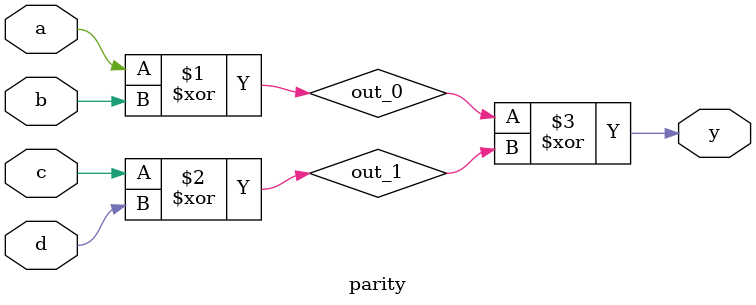
<source format=v>
module parity (
a      , // First input
b      , // Second input 
c      , // Third Input
d      , // Fourth Input
y        // Parity  output
);

// Input Declaration
input       a       ;
input       b       ;
input       c       ;
input       d       ;
// Ouput Declaration
output      y      ;
// port data types
wire        a        ;
wire        b        ;
wire        c        ;
wire        d        ;
wire        y        ;
// Internal variables
wire        out_0 ;
wire        out_1 ;

// Code starts Here
xor u0 (out_0,a,b);

xor u1 (out_1,c,d);

xor u2 (y,out_0,out_1);

endmodule // End Of Module parity 

</source>
